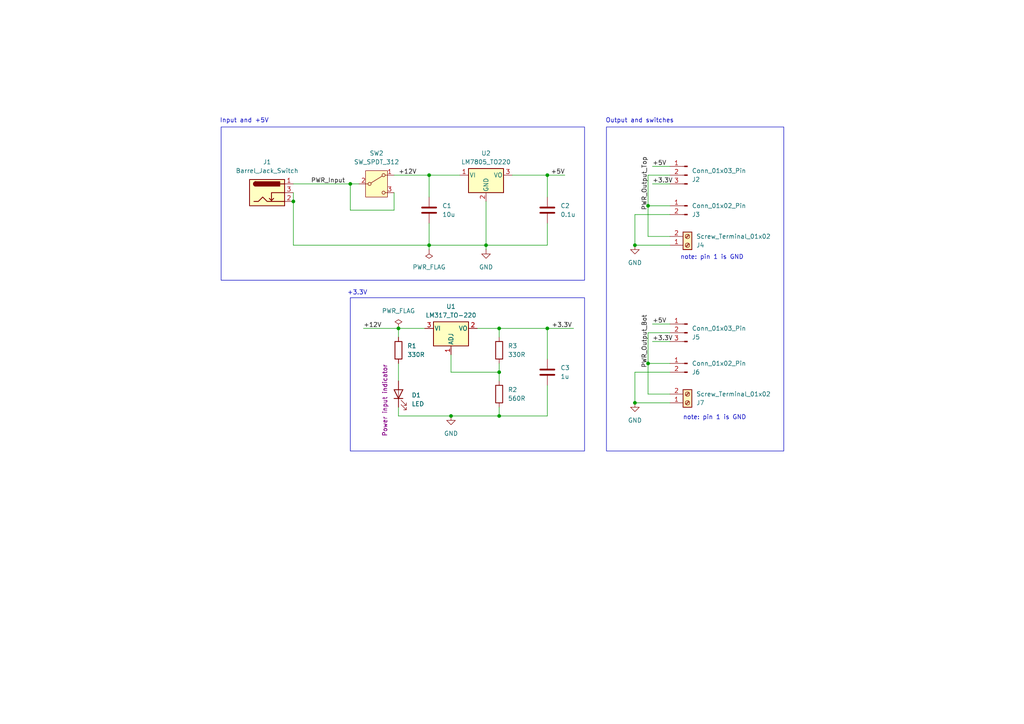
<source format=kicad_sch>
(kicad_sch (version 20231120) (generator "eeschema") (generator_version "8.0")
  (paper "A4")
  (title_block (title "Breadboard power supply") (date "2024-08-29") (rev "1"))
  (lib_symbols
    (symbol "Connector:Barrel_Jack_Switch" (pin_names hide)
      (property "Reference" "J" (at 0 5.334 0))
      (property "Value" "Barrel_Jack_Switch" (at 0 -5.08 0))
      (symbol "Barrel_Jack_Switch_0_1"
        (rectangle (start -5.08 3.81) (end 5.08 -3.81) (stroke (width 0.254)) (fill (type background)))
        (arc (start -3.302 3.175) (mid -3.9343 2.54) (end -3.302 1.905) (stroke (width 0.254)))
        (arc (start -3.302 3.175) (mid -3.9343 2.54) (end -3.302 1.905) (stroke (width 0.254)) (fill (type outline)))
        (polyline (pts (xy 1.27 -2.286) (xy 1.905 -1.651)) (stroke (width 0.254)))
        (polyline (pts (xy 5.08 2.54) (xy 3.81 2.54)) (stroke (width 0.254)))
        (polyline (pts (xy 5.08 0) (xy 1.27 0) (xy 1.27 -2.286) (xy 0.635 -1.651)) (stroke (width 0.254)))
        (polyline (pts (xy -3.81 -2.54) (xy -2.54 -2.54) (xy -1.27 -1.27) (xy 0 -2.54) (xy 2.54 -2.54) (xy 5.08 -2.54)) (stroke (width 0.254)))
        (rectangle (start 3.683 3.175) (end -3.302 1.905) (stroke (width 0.254)) (fill (type outline)))
      )
      (symbol "Barrel_Jack_Switch_1_1"
        (pin passive line (at 7.62 2.54 180) (length 2.54) (name "~") (number "1"))
        (pin passive line (at 7.62 -2.54 180) (length 2.54) (name "~") (number "2"))
        (pin passive line (at 7.62 0 180) (length 2.54) (name "~") (number "3"))
      )
    )
    (symbol "Connector:Conn_01x02_Pin" (pin_names (offset 1.016) hide)
      (property "Reference" "J" (at 0 2.54 0))
      (property "Value" "Conn_01x02_Pin" (at 0 -5.08 0))
      (symbol "Conn_01x02_Pin_1_1"
        (polyline (pts (xy 1.27 -2.54) (xy 0.8636 -2.54)) (stroke (width 0.1524)))
        (polyline (pts (xy 1.27 0) (xy 0.8636 0)) (stroke (width 0.1524)))
        (rectangle (start 0.8636 -2.413) (end 0 -2.667) (stroke (width 0.1524)) (fill (type outline)))
        (rectangle (start 0.8636 0.127) (end 0 -0.127) (stroke (width 0.1524)) (fill (type outline)))
        (pin passive line (at 5.08 0 180) (length 3.81) (name "Pin_1") (number "1"))
        (pin passive line (at 5.08 -2.54 180) (length 3.81) (name "Pin_2") (number "2"))
      )
    )
    (symbol "Connector:Conn_01x03_Pin" (pin_names (offset 1.016) hide)
      (property "Reference" "J" (at 0 5.08 0))
      (property "Value" "Conn_01x03_Pin" (at 0 -5.08 0))
      (symbol "Conn_01x03_Pin_1_1"
        (polyline (pts (xy 1.27 -2.54) (xy 0.8636 -2.54)) (stroke (width 0.1524)))
        (polyline (pts (xy 1.27 0) (xy 0.8636 0)) (stroke (width 0.1524)))
        (polyline (pts (xy 1.27 2.54) (xy 0.8636 2.54)) (stroke (width 0.1524)))
        (rectangle (start 0.8636 -2.413) (end 0 -2.667) (stroke (width 0.1524)) (fill (type outline)))
        (rectangle (start 0.8636 0.127) (end 0 -0.127) (stroke (width 0.1524)) (fill (type outline)))
        (rectangle (start 0.8636 2.667) (end 0 2.413) (stroke (width 0.1524)) (fill (type outline)))
        (pin passive line (at 5.08 2.54 180) (length 3.81) (name "Pin_1") (number "1"))
        (pin passive line (at 5.08 0 180) (length 3.81) (name "Pin_2") (number "2"))
        (pin passive line (at 5.08 -2.54 180) (length 3.81) (name "Pin_3") (number "3"))
      )
    )
    (symbol "Connector:Screw_Terminal_01x02" (pin_names (offset 1.016) hide)
      (property "Reference" "J" (at 0 2.54 0))
      (property "Value" "Screw_Terminal_01x02" (at 0 -5.08 0))
      (symbol "Screw_Terminal_01x02_1_1"
        (rectangle (start -1.27 1.27) (end 1.27 -3.81) (stroke (width 0.254)) (fill (type background)))
        (circle (center 0 -2.54) (radius 0.635) (stroke (width 0.1524)))
        (polyline (pts (xy -0.5334 -2.2098) (xy 0.3302 -3.048)) (stroke (width 0.1524)))
        (polyline (pts (xy -0.5334 0.3302) (xy 0.3302 -0.508)) (stroke (width 0.1524)))
        (polyline (pts (xy -0.3556 -2.032) (xy 0.508 -2.8702)) (stroke (width 0.1524)))
        (polyline (pts (xy -0.3556 0.508) (xy 0.508 -0.3302)) (stroke (width 0.1524)))
        (circle (center 0 0) (radius 0.635) (stroke (width 0.1524)))
        (pin passive line (at -5.08 0 0) (length 3.81) (name "Pin_1") (number "1"))
        (pin passive line (at -5.08 -2.54 0) (length 3.81) (name "Pin_2") (number "2"))
      )
    )
    (symbol "Device:C" (pin_numbers hide) (pin_names (offset 0.254))
      (property "Reference" "C" (at 0.635 2.54 0))
      (property "Value" "C" (at 0.635 -2.54 0))
      (symbol "C_0_1"
        (polyline (pts (xy -2.032 -0.762) (xy 2.032 -0.762)) (stroke (width 0.508)))
        (polyline (pts (xy -2.032 0.762) (xy 2.032 0.762)) (stroke (width 0.508)))
      )
      (symbol "C_1_1"
        (pin passive line (at 0 3.81 270) (length 2.794) (name "~") (number "1"))
        (pin passive line (at 0 -3.81 90) (length 2.794) (name "~") (number "2"))
      )
    )
    (symbol "Device:LED" (pin_numbers hide) (pin_names (offset 1.016) hide)
      (property "Reference" "D" (at 0 2.54 0))
      (property "Value" "LED" (at 0 -2.54 0))
      (symbol "LED_0_1"
        (polyline (pts (xy -1.27 -1.27) (xy -1.27 1.27)) (stroke (width 0.254)))
        (polyline (pts (xy -1.27 0) (xy 1.27 0)))
        (polyline (pts (xy 1.27 -1.27) (xy 1.27 1.27) (xy -1.27 0) (xy 1.27 -1.27)) (stroke (width 0.254)))
        (polyline (pts (xy -3.048 -0.762) (xy -4.572 -2.286) (xy -3.81 -2.286) (xy -4.572 -2.286) (xy -4.572 -1.524)))
        (polyline (pts (xy -1.778 -0.762) (xy -3.302 -2.286) (xy -2.54 -2.286) (xy -3.302 -2.286) (xy -3.302 -1.524)))
      )
      (symbol "LED_1_1"
        (pin passive line (at -3.81 0 0) (length 2.54) (name "K") (number "1"))
        (pin passive line (at 3.81 0 180) (length 2.54) (name "A") (number "2"))
      )
    )
    (symbol "Device:R" (pin_numbers hide) (pin_names (offset 0))
      (property "Reference" "R" (at 2.032 0 90))
      (property "Value" "R" (at 0 0 90))
      (symbol "R_0_1"
        (rectangle (start -1.016 -2.54) (end 1.016 2.54) (stroke (width 0.254)))
      )
      (symbol "R_1_1"
        (pin passive line (at 0 3.81 270) (length 1.27) (name "~") (number "1"))
        (pin passive line (at 0 -3.81 90) (length 1.27) (name "~") (number "2"))
      )
    )
    (symbol "Regulator_Linear:LM317_TO-220" (pin_names (offset 0.254))
      (property "Reference" "U" (at -3.81 3.175 0))
      (property "Value" "LM317_TO-220" (at 0 3.175 0))
      (symbol "LM317_TO-220_0_1"
        (rectangle (start -5.08 1.905) (end 5.08 -5.08) (stroke (width 0.254)) (fill (type background)))
      )
      (symbol "LM317_TO-220_1_1"
        (pin input line (at 0 -7.62 90) (length 2.54) (name "ADJ") (number "1"))
        (pin power_out line (at 7.62 0 180) (length 2.54) (name "VO") (number "2"))
        (pin power_in line (at -7.62 0 0) (length 2.54) (name "VI") (number "3"))
      )
    )
    (symbol "Regulator_Linear:LM7805_TO220" (pin_names (offset 0.254))
      (property "Reference" "U" (at -3.81 3.175 0))
      (property "Value" "LM7805_TO220" (at 0 3.175 0))
      (symbol "LM7805_TO220_0_1"
        (rectangle (start -5.08 1.905) (end 5.08 -5.08) (stroke (width 0.254)) (fill (type background)))
      )
      (symbol "LM7805_TO220_1_1"
        (pin power_in line (at -7.62 0 0) (length 2.54) (name "VI") (number "1"))
        (pin power_in line (at 0 -7.62 90) (length 2.54) (name "GND") (number "2"))
        (pin power_out line (at 7.62 0 180) (length 2.54) (name "VO") (number "3"))
      )
    )
    (symbol "Switch:SW_SPDT_312" (pin_names (offset 1) hide)
      (property "Reference" "SW2" (at 0 8.89 0))
      (property "Value" "SW_SPDT_312" (at 0 6.35 0))
      (symbol "SW_SPDT_312_0_1"
        (circle (center -2.032 0) (radius 0.4572))
        (polyline (pts (xy -1.651 0.254) (xy 1.651 2.286)))
        (circle (center 2.032 -2.54) (radius 0.4572))
        (circle (center 2.032 2.54) (radius 0.4572))
      )
      (symbol "SW_SPDT_312_1_1"
        (rectangle (start -3.175 3.81) (end 3.175 -3.81) (fill (type background)))
        (pin passive line (at 5.08 2.54 180) (length 2.54) (name "A") (number "1"))
        (pin passive line (at -5.08 0 0) (length 2.54) (name "B") (number "2"))
        (pin passive line (at 5.08 -2.54 180) (length 2.54) (name "C") (number "3"))
      )
    )
    (symbol "power:GND" (power) (pin_numbers hide) (pin_names (offset 0) hide)
      (property "Value" "GND" (at 0 -3.81 0))
      (symbol "GND_0_1"
        (polyline (pts (xy 0 0) (xy 0 -1.27) (xy 1.27 -1.27) (xy 0 -2.54) (xy -1.27 -1.27) (xy 0 -1.27)))
      )
      (symbol "GND_1_1"
        (pin power_in line (at 0 0 270) (length 0) (name "~") (number "1"))
      )
    )
    (symbol "power:PWR_FLAG" (power) (pin_numbers hide) (pin_names (offset 0) hide)
      (property "Value" "PWR_FLAG" (at 0 3.81 0))
      (symbol "PWR_FLAG_0_0"
        (pin power_out line (at 0 0 90) (length 0) (name "~") (number "1"))
      )
      (symbol "PWR_FLAG_0_1"
        (polyline (pts (xy 0 0) (xy 0 1.27) (xy -1.016 1.905) (xy 0 2.54) (xy 1.016 1.905) (xy 0 1.27)))
      )
    )
  )
  (junction (at 144.78 95.25))
  (junction (at 115.57 95.25))
  (junction (at 124.46 71.12))
  (junction (at 85.09 58.42))
  (junction (at 101.6 53.34))
  (junction (at 184.15 71.12))
  (junction (at 124.46 50.8))
  (junction (at 144.78 120.65))
  (junction (at 130.81 120.65))
  (junction (at 187.96 59.69))
  (junction (at 144.78 107.95))
  (junction (at 158.75 50.8))
  (junction (at 187.96 105.41))
  (junction (at 184.15 116.84))
  (junction (at 158.75 95.25))
  (junction (at 140.97 71.12))
  (wire (pts (xy 115.57 120.65) (xy 130.81 120.65)))
  (wire (pts (xy 194.31 50.8) (xy 187.96 50.8)))
  (wire (pts (xy 101.6 53.34) (xy 101.6 60.96)))
  (wire (pts (xy 158.75 95.25) (xy 158.75 104.14)))
  (wire (pts (xy 189.23 48.26) (xy 194.31 48.26)))
  (wire (pts (xy 101.6 53.34) (xy 104.14 53.34)))
  (wire (pts (xy 124.46 71.12) (xy 124.46 64.77)))
  (wire (pts (xy 124.46 71.12) (xy 140.97 71.12)))
  (wire (pts (xy 144.78 105.41) (xy 144.78 107.95)))
  (wire (pts (xy 124.46 50.8) (xy 133.35 50.8)))
  (wire (pts (xy 140.97 71.12) (xy 158.75 71.12)))
  (wire (pts (xy 124.46 72.39) (xy 124.46 71.12)))
  (wire (pts (xy 115.57 118.11) (xy 115.57 120.65)))
  (wire (pts (xy 101.6 60.96) (xy 114.3 60.96)))
  (wire (pts (xy 85.09 58.42) (xy 85.09 71.12)))
  (wire (pts (xy 194.31 96.52) (xy 187.96 96.52)))
  (wire (pts (xy 158.75 50.8) (xy 163.83 50.8)))
  (wire (pts (xy 184.15 116.84) (xy 194.31 116.84)))
  (wire (pts (xy 144.78 120.65) (xy 158.75 120.65)))
  (wire (pts (xy 187.96 105.41) (xy 194.31 105.41)))
  (wire (pts (xy 114.3 55.88) (xy 114.3 60.96)))
  (wire (pts (xy 115.57 95.25) (xy 123.19 95.25)))
  (wire (pts (xy 187.96 59.69) (xy 187.96 68.58)))
  (wire (pts (xy 158.75 95.25) (xy 166.37 95.25)))
  (wire (pts (xy 187.96 114.3) (xy 194.31 114.3)))
  (wire (pts (xy 184.15 107.95) (xy 184.15 116.84)))
  (wire (pts (xy 184.15 71.12) (xy 194.31 71.12)))
  (wire (pts (xy 184.15 107.95) (xy 194.31 107.95)))
  (wire (pts (xy 158.75 64.77) (xy 158.75 71.12)))
  (wire (pts (xy 184.15 62.23) (xy 184.15 71.12)))
  (wire (pts (xy 130.81 107.95) (xy 144.78 107.95)))
  (wire (pts (xy 187.96 96.52) (xy 187.96 105.41)))
  (wire (pts (xy 189.23 93.98) (xy 194.31 93.98)))
  (wire (pts (xy 85.09 71.12) (xy 124.46 71.12)))
  (wire (pts (xy 144.78 95.25) (xy 158.75 95.25)))
  (wire (pts (xy 189.23 53.34) (xy 194.31 53.34)))
  (wire (pts (xy 187.96 59.69) (xy 194.31 59.69)))
  (wire (pts (xy 187.96 68.58) (xy 194.31 68.58)))
  (wire (pts (xy 144.78 118.11) (xy 144.78 120.65)))
  (wire (pts (xy 124.46 50.8) (xy 124.46 57.15)))
  (wire (pts (xy 140.97 72.39) (xy 140.97 71.12)))
  (wire (pts (xy 115.57 97.79) (xy 115.57 95.25)))
  (wire (pts (xy 187.96 105.41) (xy 187.96 114.3)))
  (wire (pts (xy 144.78 107.95) (xy 144.78 110.49)))
  (wire (pts (xy 158.75 111.76) (xy 158.75 120.65)))
  (wire (pts (xy 138.43 95.25) (xy 144.78 95.25)))
  (wire (pts (xy 189.23 99.06) (xy 194.31 99.06)))
  (wire (pts (xy 148.59 50.8) (xy 158.75 50.8)))
  (wire (pts (xy 105.41 95.25) (xy 115.57 95.25)))
  (wire (pts (xy 130.81 102.87) (xy 130.81 107.95)))
  (wire (pts (xy 144.78 95.25) (xy 144.78 97.79)))
  (wire (pts (xy 187.96 50.8) (xy 187.96 59.69)))
  (wire (pts (xy 114.3 50.8) (xy 124.46 50.8)))
  (wire (pts (xy 85.09 53.34) (xy 101.6 53.34)))
  (wire (pts (xy 184.15 62.23) (xy 194.31 62.23)))
  (wire (pts (xy 115.57 105.41) (xy 115.57 110.49)))
  (wire (pts (xy 140.97 58.42) (xy 140.97 71.12)))
  (wire (pts (xy 158.75 50.8) (xy 158.75 57.15)))
  (wire (pts (xy 130.81 120.65) (xy 144.78 120.65)))
  (wire (pts (xy 85.09 55.88) (xy 85.09 58.42)))
  (rectangle (start 175.895 36.83) (end 227.33 130.81))
  (rectangle (start 101.6 86.36) (end 169.545 130.81))
  (rectangle (start 64.135 36.83) (end 169.545 81.28))
  (text "+3.3V" (at 103.632 84.963 0) (effects (font (size 1.27 1.27))))
  (text "note: pin 1 is GND" (at 206.502 74.676 0) (effects (font (size 1.27 1.27))))
  (text "Input and +5V" (at 70.866 35.052 0) (effects (font (size 1.27 1.27))))
  (text "note: pin 1 is GND" (at 207.264 121.158 0) (effects (font (size 1.27 1.27))))
  (text "Output and switches" (at 185.547 35.052 0) (effects (font (size 1.27 1.27))))
  (label "+3.3V" (at 189.23 53.34 0))
  (label "PWR_Output_Top" (at 187.96 60.96 90))
  (label "+5V" (at 163.83 50.8 180))
  (label "+12V" (at 115.57 50.8 0))
  (label "+3.3V" (at 160.02 95.25 0))
  (label "PWR_Input" (at 90.17 53.34 0))
  (label "+12V" (at 105.41 95.25 0))
  (label "+5V" (at 189.23 48.26 0))
  (label "+5V" (at 189.23 93.98 0))
  (label "+3.3V" (at 189.23 99.06 0))
  (label "PWR_Output_Bot" (at 187.96 106.68 90))
  (symbol (lib_id "Device:R") (at 144.78 114.3 0) (unit 1)
    (property "Reference" "R2" (at 147.32 113.0299 0) (effects (justify left)))
    (property "Value" "560R" (at 147.32 115.5699 0) (effects (justify left)))
    (property "Footprint" "Resistor_THT:R_Axial_DIN0204_L3.6mm_D1.6mm_P7.62mm_Horizontal" (effects (hide yes)))
    (property "Description" "Resistor" (effects (hide yes)))
  )
  (symbol (lib_id "Connector:Conn_01x03_Pin") (at 199.39 50.8 0) (mirror y) (unit 1)
    (property "Reference" "J2" (at 200.66 52.0701 0) (effects (justify right)))
    (property "Value" "Conn_01x03_Pin" (at 200.66 49.5301 0) (effects (justify right)))
    (property "Footprint" "Connector_PinHeader_2.54mm:PinHeader_1x03_P2.54mm_Vertical" (effects (hide yes)))
    (property "Description" "Generic connector, single row, 01x03, script generated" (effects (hide yes)))
  )
  (symbol (lib_id "Device:R") (at 144.78 101.6 0) (unit 1)
    (property "Reference" "R3" (at 147.32 100.3299 0) (effects (justify left)))
    (property "Value" "330R" (at 147.32 102.8699 0) (effects (justify left)))
    (property "Footprint" "Resistor_THT:R_Axial_DIN0204_L3.6mm_D1.6mm_P7.62mm_Horizontal" (effects (hide yes)))
    (property "Description" "Resistor" (effects (hide yes)))
  )
  (symbol (lib_id "Regulator_Linear:LM7805_TO220") (at 140.97 50.8 0) (unit 1)
    (property "Reference" "U2" (at 140.97 44.45 0))
    (property "Value" "LM7805_TO220" (at 140.97 46.99 0))
    (property "Footprint" "Package_TO_SOT_THT:TO-220-3_Vertical" (effects (hide yes)))
    (property "Datasheet" "https://www.onsemi.cn/PowerSolutions/document/MC7800-D.PDF" (effects (hide yes)))
    (property "Description" "Positive 1A 35V Linear Regulator, Fixed Output 5V, TO-220" (effects (hide yes)))
  )
  (symbol (lib_id "power:GND") (at 184.15 71.12 0) (unit 1)
    (property "Reference" "#PWR03" (effects (hide yes)))
    (property "Value" "GND" (at 184.15 76.2 0))
    (property "Description" "Power symbol creates a global label with name \"GND\" , ground" (effects (hide yes)))
  )
  (symbol (lib_id "Connector:Barrel_Jack_Switch") (at 77.47 55.88 0) (unit 1)
    (property "Reference" "J1" (at 77.47 46.99 0))
    (property "Value" "Barrel_Jack_Switch" (at 77.47 49.53 0))
    (property "Footprint" "Connector_BarrelJack:BarrelJack_Horizontal" (effects (hide yes)))
    (property "Description" "DC Barrel Jack with an internal switch" (effects (hide yes)))
  )
  (symbol (lib_id "Device:C") (at 158.75 60.96 0) (unit 1)
    (property "Reference" "C2" (at 162.56 59.6899 0) (effects (justify left)))
    (property "Value" "0.1u" (at 162.56 62.2299 0) (effects (justify left)))
    (property "Footprint" "Capacitor_THT:C_Disc_D3.0mm_W1.6mm_P2.50mm" (effects (hide yes)))
    (property "Description" "Unpolarized capacitor" (effects (hide yes)))
  )
  (symbol (lib_id "Connector:Conn_01x03_Pin") (at 199.39 96.52 0) (mirror y) (unit 1)
    (property "Reference" "J5" (at 200.66 97.7901 0) (effects (justify right)))
    (property "Value" "Conn_01x03_Pin" (at 200.66 95.2501 0) (effects (justify right)))
    (property "Footprint" "Connector_PinHeader_2.54mm:PinHeader_1x03_P2.54mm_Vertical" (effects (hide yes)))
    (property "Description" "Generic connector, single row, 01x03, script generated" (effects (hide yes)))
  )
  (symbol (lib_id "Connector:Screw_Terminal_01x02") (at 199.39 116.84 0) (mirror x) (unit 1)
    (property "Reference" "J7" (at 201.93 116.8401 0) (effects (justify left)))
    (property "Value" "Screw_Terminal_01x02" (at 201.93 114.3001 0) (effects (justify left)))
    (property "Footprint" "#jjlib:TerminalBlock_bornier-2_P5.08mm" (effects (hide yes)))
    (property "Description" "Generic screw terminal, single row, 01x02, script generated (kicad-library-utils/schlib/autogen/connector/)" (effects (hide yes)))
  )
  (symbol (lib_id "Device:C") (at 158.75 107.95 0) (unit 1)
    (property "Reference" "C3" (at 162.56 106.6799 0) (effects (justify left)))
    (property "Value" "1u" (at 162.56 109.2199 0) (effects (justify left)))
    (property "Footprint" "Capacitor_THT:C_Disc_D3.0mm_W1.6mm_P2.50mm" (effects (hide yes)))
    (property "Description" "Unpolarized capacitor" (effects (hide yes)))
  )
  (symbol (lib_id "Connector:Conn_01x02_Pin") (at 199.39 105.41 0) (mirror y) (unit 1)
    (property "Reference" "J6" (at 200.66 107.9501 0) (effects (justify right)))
    (property "Value" "Conn_01x02_Pin" (at 200.66 105.4101 0) (effects (justify right)))
    (property "Footprint" "Connector_PinHeader_2.54mm:PinHeader_1x02_P2.54mm_Vertical" (effects (hide yes)))
    (property "Description" "Generic connector, single row, 01x02, script generated" (effects (hide yes)))
  )
  (symbol (lib_id "power:GND") (at 130.81 120.65 0) (unit 1)
    (property "Reference" "#PWR02" (effects (hide yes)))
    (property "Value" "GND" (at 130.81 125.73 0))
    (property "Description" "Power symbol creates a global label with name \"GND\" , ground" (effects (hide yes)))
  )
  (symbol (lib_id "power:PWR_FLAG") (at 124.46 72.39 180) (unit 1)
    (property "Reference" "#FLG01" (effects (hide yes)))
    (property "Value" "PWR_FLAG" (at 124.46 77.47 0))
    (property "Description" "Special symbol for telling ERC where power comes from" (effects (hide yes)))
  )
  (symbol (lib_id "Connector:Conn_01x02_Pin") (at 199.39 59.69 0) (mirror y) (unit 1)
    (property "Reference" "J3" (at 200.66 62.2301 0) (effects (justify right)))
    (property "Value" "Conn_01x02_Pin" (at 200.66 59.6901 0) (effects (justify right)))
    (property "Footprint" "Connector_PinHeader_2.54mm:PinHeader_1x02_P2.54mm_Vertical" (effects (hide yes)))
    (property "Description" "Generic connector, single row, 01x02, script generated" (effects (hide yes)))
  )
  (symbol (lib_id "Connector:Screw_Terminal_01x02") (at 199.39 71.12 0) (mirror x) (unit 1)
    (property "Reference" "J4" (at 201.93 71.1201 0) (effects (justify left)))
    (property "Value" "Screw_Terminal_01x02" (at 201.93 68.5801 0) (effects (justify left)))
    (property "Footprint" "#jjlib:TerminalBlock_bornier-2_P5.08mm" (effects (hide yes)))
    (property "Description" "Generic screw terminal, single row, 01x02, script generated (kicad-library-utils/schlib/autogen/connector/)" (effects (hide yes)))
  )
  (symbol (lib_id "power:PWR_FLAG") (at 115.57 95.25 0) (unit 1)
    (property "Reference" "#FLG02" (effects (hide yes)))
    (property "Value" "PWR_FLAG" (at 115.57 90.17 0))
    (property "Description" "Special symbol for telling ERC where power comes from" (effects (hide yes)))
  )
  (symbol (lib_id "Regulator_Linear:LM317_TO-220") (at 130.81 95.25 0) (unit 1)
    (property "Reference" "U1" (at 130.81 88.9 0))
    (property "Value" "LM317_TO-220" (at 130.81 91.44 0))
    (property "Footprint" "Package_TO_SOT_THT:TO-220-3_Vertical" (effects (hide yes)))
    (property "Datasheet" "http://www.ti.com/lit/ds/symlink/lm317.pdf" (effects (hide yes)))
    (property "Description" "1.5A 35V Adjustable Linear Regulator, TO-220" (effects (hide yes)))
  )
  (symbol (lib_id "Switch:SW_SPDT_312") (at 109.22 53.34 0) (unit 1)
    (property "Reference" "SW2" (at 109.22 44.45 0))
    (property "Value" "SW_SPDT_312" (at 109.22 46.99 0))
    (property "Footprint" "#download:SW_1218_EWI" (effects (hide yes)))
    (property "Datasheet" "Test" (effects (hide yes)))
    (property "Description" "Switch, single pole double throw" (effects (hide yes)))
  )
  (symbol (lib_id "power:GND") (at 140.97 72.39 0) (unit 1)
    (property "Reference" "#PWR01" (effects (hide yes)))
    (property "Value" "GND" (at 140.97 77.47 0))
    (property "Description" "Power symbol creates a global label with name \"GND\" , ground" (effects (hide yes)))
  )
  (symbol (lib_id "Device:C") (at 124.46 60.96 0) (unit 1)
    (property "Reference" "C1" (at 128.27 59.6899 0) (effects (justify left)))
    (property "Value" "10u" (at 128.27 62.2299 0) (effects (justify left)))
    (property "Footprint" "Capacitor_THT:C_Disc_D3.0mm_W1.6mm_P2.50mm" (effects (hide yes)))
    (property "Description" "Unpolarized capacitor" (effects (hide yes)))
    (property "MyField" "Test Field" (effects (hide yes)))
  )
  (symbol (lib_id "Device:R") (at 115.57 101.6 0) (unit 1)
    (property "Reference" "R1" (at 118.11 100.3299 0) (effects (justify left)))
    (property "Value" "330R" (at 118.11 102.8699 0) (effects (justify left)))
    (property "Footprint" "Resistor_THT:R_Axial_DIN0204_L3.6mm_D1.6mm_P7.62mm_Horizontal" (effects (hide yes)))
    (property "Description" "Resistor" (effects (hide yes)))
  )
  (symbol (lib_id "power:GND") (at 184.15 116.84 0) (unit 1)
    (property "Reference" "#PWR04" (effects (hide yes)))
    (property "Value" "GND" (at 184.15 121.92 0))
    (property "Description" "Power symbol creates a global label with name \"GND\" , ground" (effects (hide yes)))
  )
  (symbol (lib_id "Device:LED") (at 115.57 114.3 90) (unit 1)
    (property "Reference" "D1" (at 119.38 114.6174 90) (effects (justify right)))
    (property "Value" "LED" (at 119.38 117.1574 90) (effects (justify right)))
    (property "Footprint" "LED_THT:LED_D5.0mm" (effects (hide yes)))
    (property "Description" "Light emitting diode" (effects (hide yes)))
    (property "Purpose" "Power input indicator" (at 111.633 116.078 0))
  )
)
</source>
